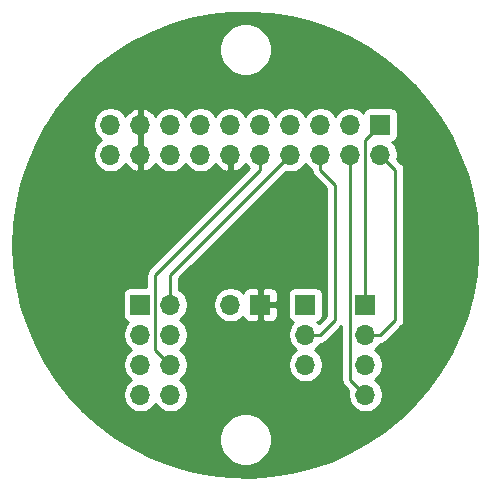
<source format=gbl>
G04 #@! TF.GenerationSoftware,KiCad,Pcbnew,(5.1.10)-1*
G04 #@! TF.CreationDate,2022-05-03T00:12:14-07:00*
G04 #@! TF.ProjectId,DUBloon,4455426c-6f6f-46e2-9e6b-696361645f70,rev?*
G04 #@! TF.SameCoordinates,Original*
G04 #@! TF.FileFunction,Copper,L2,Bot*
G04 #@! TF.FilePolarity,Positive*
%FSLAX46Y46*%
G04 Gerber Fmt 4.6, Leading zero omitted, Abs format (unit mm)*
G04 Created by KiCad (PCBNEW (5.1.10)-1) date 2022-05-03 00:12:14*
%MOMM*%
%LPD*%
G01*
G04 APERTURE LIST*
G04 #@! TA.AperFunction,ComponentPad*
%ADD10R,1.700000X1.700000*%
G04 #@! TD*
G04 #@! TA.AperFunction,ComponentPad*
%ADD11O,1.700000X1.700000*%
G04 #@! TD*
G04 #@! TA.AperFunction,Conductor*
%ADD12C,0.250000*%
G04 #@! TD*
G04 #@! TA.AperFunction,Conductor*
%ADD13C,0.254000*%
G04 #@! TD*
G04 #@! TA.AperFunction,Conductor*
%ADD14C,0.100000*%
G04 #@! TD*
G04 APERTURE END LIST*
D10*
X153670000Y-80010000D03*
D11*
X151130000Y-80010000D03*
D10*
X157480000Y-80010000D03*
D11*
X157480000Y-82550000D03*
X157480000Y-85090000D03*
D10*
X162560000Y-80010000D03*
D11*
X162560000Y-82550000D03*
X162560000Y-85090000D03*
X162560000Y-87630000D03*
D10*
X143510000Y-80010000D03*
D11*
X146050000Y-80010000D03*
X143510000Y-82550000D03*
X146050000Y-82550000D03*
X143510000Y-85090000D03*
X146050000Y-85090000D03*
X143510000Y-87630000D03*
X146050000Y-87630000D03*
D10*
X163830000Y-64770000D03*
D11*
X163830000Y-67310000D03*
X161290000Y-64770000D03*
X161290000Y-67310000D03*
X158750000Y-64770000D03*
X158750000Y-67310000D03*
X156210000Y-64770000D03*
X156210000Y-67310000D03*
X153670000Y-64770000D03*
X153670000Y-67310000D03*
X151130000Y-64770000D03*
X151130000Y-67310000D03*
X148590000Y-64770000D03*
X148590000Y-67310000D03*
X146050000Y-64770000D03*
X146050000Y-67310000D03*
X143510000Y-64770000D03*
X143510000Y-67310000D03*
X140970000Y-64770000D03*
X140970000Y-67310000D03*
D12*
X162560000Y-66040000D02*
X163830000Y-64770000D01*
X162560000Y-80010000D02*
X162560000Y-66040000D01*
X162560000Y-82550000D02*
X163830000Y-82550000D01*
X163830000Y-82550000D02*
X165100000Y-81280000D01*
X165100000Y-68580000D02*
X163830000Y-67310000D01*
X165100000Y-81280000D02*
X165100000Y-68580000D01*
X162560000Y-87630000D02*
X161290000Y-86360000D01*
X161290000Y-86360000D02*
X161290000Y-67310000D01*
X157480000Y-82550000D02*
X158750000Y-82550000D01*
X158750000Y-82550000D02*
X160020000Y-81280000D01*
X160020000Y-81280000D02*
X160020000Y-69850000D01*
X160020000Y-69850000D02*
X158750000Y-68580000D01*
X158750000Y-68580000D02*
X158750000Y-67310000D01*
X146050000Y-77470000D02*
X156210000Y-67310000D01*
X146050000Y-80010000D02*
X146050000Y-77470000D01*
X146050000Y-85090000D02*
X144780000Y-83820000D01*
X144780000Y-83820000D02*
X144780000Y-77470000D01*
X144780000Y-77470000D02*
X153670000Y-68580000D01*
X153670000Y-68580000D02*
X153670000Y-67310000D01*
D13*
X154570346Y-55390164D02*
X156288786Y-55658442D01*
X157976791Y-56077546D01*
X159621149Y-56644197D01*
X161208993Y-57353958D01*
X162727894Y-58201276D01*
X164165966Y-59179519D01*
X165511953Y-60281031D01*
X166755321Y-61497190D01*
X167886339Y-62818480D01*
X168896155Y-64234559D01*
X169776867Y-65734344D01*
X170521581Y-67306098D01*
X171124470Y-68937519D01*
X171580814Y-70615839D01*
X171887042Y-72327923D01*
X172040757Y-74060372D01*
X172040757Y-75799628D01*
X171887042Y-77532077D01*
X171580814Y-79244161D01*
X171124470Y-80922481D01*
X170521581Y-82553902D01*
X169776867Y-84125656D01*
X168896155Y-85625441D01*
X167886339Y-87041520D01*
X166755321Y-88362810D01*
X165511953Y-89578969D01*
X164165966Y-90680481D01*
X162727894Y-91658724D01*
X161208993Y-92506042D01*
X159621149Y-93215803D01*
X157976791Y-93782454D01*
X156288786Y-94201558D01*
X154570346Y-94469836D01*
X152834920Y-94585189D01*
X151096091Y-94546713D01*
X149367466Y-94354709D01*
X147662575Y-94010681D01*
X145994761Y-93517321D01*
X144377076Y-92878490D01*
X142822182Y-92099188D01*
X141397901Y-91219872D01*
X150165000Y-91219872D01*
X150165000Y-91660128D01*
X150250890Y-92091925D01*
X150419369Y-92498669D01*
X150663962Y-92864729D01*
X150975271Y-93176038D01*
X151341331Y-93420631D01*
X151748075Y-93589110D01*
X152179872Y-93675000D01*
X152620128Y-93675000D01*
X153051925Y-93589110D01*
X153458669Y-93420631D01*
X153824729Y-93176038D01*
X154136038Y-92864729D01*
X154380631Y-92498669D01*
X154549110Y-92091925D01*
X154635000Y-91660128D01*
X154635000Y-91219872D01*
X154549110Y-90788075D01*
X154380631Y-90381331D01*
X154136038Y-90015271D01*
X153824729Y-89703962D01*
X153458669Y-89459369D01*
X153051925Y-89290890D01*
X152620128Y-89205000D01*
X152179872Y-89205000D01*
X151748075Y-89290890D01*
X151341331Y-89459369D01*
X150975271Y-89703962D01*
X150663962Y-90015271D01*
X150419369Y-90381331D01*
X150250890Y-90788075D01*
X150165000Y-91219872D01*
X141397901Y-91219872D01*
X141342247Y-91185513D01*
X139948854Y-90144617D01*
X138652908Y-88984646D01*
X137464552Y-87714678D01*
X136393086Y-86344653D01*
X135446896Y-84885292D01*
X134633386Y-83348018D01*
X133958925Y-81744862D01*
X133428790Y-80088370D01*
X133219981Y-79160000D01*
X142021928Y-79160000D01*
X142021928Y-80860000D01*
X142034188Y-80984482D01*
X142070498Y-81104180D01*
X142129463Y-81214494D01*
X142208815Y-81311185D01*
X142305506Y-81390537D01*
X142415820Y-81449502D01*
X142488380Y-81471513D01*
X142356525Y-81603368D01*
X142194010Y-81846589D01*
X142082068Y-82116842D01*
X142025000Y-82403740D01*
X142025000Y-82696260D01*
X142082068Y-82983158D01*
X142194010Y-83253411D01*
X142356525Y-83496632D01*
X142563368Y-83703475D01*
X142737760Y-83820000D01*
X142563368Y-83936525D01*
X142356525Y-84143368D01*
X142194010Y-84386589D01*
X142082068Y-84656842D01*
X142025000Y-84943740D01*
X142025000Y-85236260D01*
X142082068Y-85523158D01*
X142194010Y-85793411D01*
X142356525Y-86036632D01*
X142563368Y-86243475D01*
X142737760Y-86360000D01*
X142563368Y-86476525D01*
X142356525Y-86683368D01*
X142194010Y-86926589D01*
X142082068Y-87196842D01*
X142025000Y-87483740D01*
X142025000Y-87776260D01*
X142082068Y-88063158D01*
X142194010Y-88333411D01*
X142356525Y-88576632D01*
X142563368Y-88783475D01*
X142806589Y-88945990D01*
X143076842Y-89057932D01*
X143363740Y-89115000D01*
X143656260Y-89115000D01*
X143943158Y-89057932D01*
X144213411Y-88945990D01*
X144456632Y-88783475D01*
X144663475Y-88576632D01*
X144780000Y-88402240D01*
X144896525Y-88576632D01*
X145103368Y-88783475D01*
X145346589Y-88945990D01*
X145616842Y-89057932D01*
X145903740Y-89115000D01*
X146196260Y-89115000D01*
X146483158Y-89057932D01*
X146753411Y-88945990D01*
X146996632Y-88783475D01*
X147203475Y-88576632D01*
X147365990Y-88333411D01*
X147477932Y-88063158D01*
X147535000Y-87776260D01*
X147535000Y-87483740D01*
X147477932Y-87196842D01*
X147365990Y-86926589D01*
X147203475Y-86683368D01*
X146996632Y-86476525D01*
X146822240Y-86360000D01*
X146996632Y-86243475D01*
X147203475Y-86036632D01*
X147365990Y-85793411D01*
X147477932Y-85523158D01*
X147535000Y-85236260D01*
X147535000Y-84943740D01*
X147477932Y-84656842D01*
X147365990Y-84386589D01*
X147203475Y-84143368D01*
X146996632Y-83936525D01*
X146822240Y-83820000D01*
X146996632Y-83703475D01*
X147203475Y-83496632D01*
X147365990Y-83253411D01*
X147477932Y-82983158D01*
X147535000Y-82696260D01*
X147535000Y-82403740D01*
X147477932Y-82116842D01*
X147365990Y-81846589D01*
X147203475Y-81603368D01*
X146996632Y-81396525D01*
X146822240Y-81280000D01*
X146996632Y-81163475D01*
X147203475Y-80956632D01*
X147365990Y-80713411D01*
X147477932Y-80443158D01*
X147535000Y-80156260D01*
X147535000Y-79863740D01*
X149645000Y-79863740D01*
X149645000Y-80156260D01*
X149702068Y-80443158D01*
X149814010Y-80713411D01*
X149976525Y-80956632D01*
X150183368Y-81163475D01*
X150426589Y-81325990D01*
X150696842Y-81437932D01*
X150983740Y-81495000D01*
X151276260Y-81495000D01*
X151563158Y-81437932D01*
X151833411Y-81325990D01*
X152076632Y-81163475D01*
X152208487Y-81031620D01*
X152230498Y-81104180D01*
X152289463Y-81214494D01*
X152368815Y-81311185D01*
X152465506Y-81390537D01*
X152575820Y-81449502D01*
X152695518Y-81485812D01*
X152820000Y-81498072D01*
X153384250Y-81495000D01*
X153543000Y-81336250D01*
X153543000Y-80137000D01*
X153797000Y-80137000D01*
X153797000Y-81336250D01*
X153955750Y-81495000D01*
X154520000Y-81498072D01*
X154644482Y-81485812D01*
X154764180Y-81449502D01*
X154874494Y-81390537D01*
X154971185Y-81311185D01*
X155050537Y-81214494D01*
X155109502Y-81104180D01*
X155145812Y-80984482D01*
X155158072Y-80860000D01*
X155155000Y-80295750D01*
X154996250Y-80137000D01*
X153797000Y-80137000D01*
X153543000Y-80137000D01*
X153523000Y-80137000D01*
X153523000Y-79883000D01*
X153543000Y-79883000D01*
X153543000Y-78683750D01*
X153797000Y-78683750D01*
X153797000Y-79883000D01*
X154996250Y-79883000D01*
X155155000Y-79724250D01*
X155158072Y-79160000D01*
X155145812Y-79035518D01*
X155109502Y-78915820D01*
X155050537Y-78805506D01*
X154971185Y-78708815D01*
X154874494Y-78629463D01*
X154764180Y-78570498D01*
X154644482Y-78534188D01*
X154520000Y-78521928D01*
X153955750Y-78525000D01*
X153797000Y-78683750D01*
X153543000Y-78683750D01*
X153384250Y-78525000D01*
X152820000Y-78521928D01*
X152695518Y-78534188D01*
X152575820Y-78570498D01*
X152465506Y-78629463D01*
X152368815Y-78708815D01*
X152289463Y-78805506D01*
X152230498Y-78915820D01*
X152208487Y-78988380D01*
X152076632Y-78856525D01*
X151833411Y-78694010D01*
X151563158Y-78582068D01*
X151276260Y-78525000D01*
X150983740Y-78525000D01*
X150696842Y-78582068D01*
X150426589Y-78694010D01*
X150183368Y-78856525D01*
X149976525Y-79063368D01*
X149814010Y-79306589D01*
X149702068Y-79576842D01*
X149645000Y-79863740D01*
X147535000Y-79863740D01*
X147477932Y-79576842D01*
X147365990Y-79306589D01*
X147203475Y-79063368D01*
X146996632Y-78856525D01*
X146810000Y-78731822D01*
X146810000Y-77784801D01*
X155843592Y-68751210D01*
X156063740Y-68795000D01*
X156356260Y-68795000D01*
X156643158Y-68737932D01*
X156913411Y-68625990D01*
X157156632Y-68463475D01*
X157363475Y-68256632D01*
X157480000Y-68082240D01*
X157596525Y-68256632D01*
X157803368Y-68463475D01*
X157986927Y-68586125D01*
X157990000Y-68617322D01*
X157990000Y-68617332D01*
X158000997Y-68728985D01*
X158044454Y-68872246D01*
X158115026Y-69004276D01*
X158154871Y-69052826D01*
X158209999Y-69120001D01*
X158239003Y-69143804D01*
X159260001Y-70164803D01*
X159260000Y-80965198D01*
X158627653Y-81597546D01*
X158501620Y-81471513D01*
X158574180Y-81449502D01*
X158684494Y-81390537D01*
X158781185Y-81311185D01*
X158860537Y-81214494D01*
X158919502Y-81104180D01*
X158955812Y-80984482D01*
X158968072Y-80860000D01*
X158968072Y-79160000D01*
X158955812Y-79035518D01*
X158919502Y-78915820D01*
X158860537Y-78805506D01*
X158781185Y-78708815D01*
X158684494Y-78629463D01*
X158574180Y-78570498D01*
X158454482Y-78534188D01*
X158330000Y-78521928D01*
X156630000Y-78521928D01*
X156505518Y-78534188D01*
X156385820Y-78570498D01*
X156275506Y-78629463D01*
X156178815Y-78708815D01*
X156099463Y-78805506D01*
X156040498Y-78915820D01*
X156004188Y-79035518D01*
X155991928Y-79160000D01*
X155991928Y-80860000D01*
X156004188Y-80984482D01*
X156040498Y-81104180D01*
X156099463Y-81214494D01*
X156178815Y-81311185D01*
X156275506Y-81390537D01*
X156385820Y-81449502D01*
X156458380Y-81471513D01*
X156326525Y-81603368D01*
X156164010Y-81846589D01*
X156052068Y-82116842D01*
X155995000Y-82403740D01*
X155995000Y-82696260D01*
X156052068Y-82983158D01*
X156164010Y-83253411D01*
X156326525Y-83496632D01*
X156533368Y-83703475D01*
X156707760Y-83820000D01*
X156533368Y-83936525D01*
X156326525Y-84143368D01*
X156164010Y-84386589D01*
X156052068Y-84656842D01*
X155995000Y-84943740D01*
X155995000Y-85236260D01*
X156052068Y-85523158D01*
X156164010Y-85793411D01*
X156326525Y-86036632D01*
X156533368Y-86243475D01*
X156776589Y-86405990D01*
X157046842Y-86517932D01*
X157333740Y-86575000D01*
X157626260Y-86575000D01*
X157913158Y-86517932D01*
X158183411Y-86405990D01*
X158426632Y-86243475D01*
X158633475Y-86036632D01*
X158795990Y-85793411D01*
X158907932Y-85523158D01*
X158965000Y-85236260D01*
X158965000Y-84943740D01*
X158907932Y-84656842D01*
X158795990Y-84386589D01*
X158633475Y-84143368D01*
X158426632Y-83936525D01*
X158252240Y-83820000D01*
X158426632Y-83703475D01*
X158633475Y-83496632D01*
X158756125Y-83313073D01*
X158787322Y-83310000D01*
X158787333Y-83310000D01*
X158898986Y-83299003D01*
X159042247Y-83255546D01*
X159174276Y-83184974D01*
X159290001Y-83090001D01*
X159313804Y-83060997D01*
X160530000Y-81844802D01*
X160530000Y-86322678D01*
X160526324Y-86360000D01*
X160530000Y-86397322D01*
X160530000Y-86397332D01*
X160540997Y-86508985D01*
X160584454Y-86652246D01*
X160655026Y-86784276D01*
X160694871Y-86832826D01*
X160749999Y-86900001D01*
X160779003Y-86923804D01*
X161118791Y-87263592D01*
X161075000Y-87483740D01*
X161075000Y-87776260D01*
X161132068Y-88063158D01*
X161244010Y-88333411D01*
X161406525Y-88576632D01*
X161613368Y-88783475D01*
X161856589Y-88945990D01*
X162126842Y-89057932D01*
X162413740Y-89115000D01*
X162706260Y-89115000D01*
X162993158Y-89057932D01*
X163263411Y-88945990D01*
X163506632Y-88783475D01*
X163713475Y-88576632D01*
X163875990Y-88333411D01*
X163987932Y-88063158D01*
X164045000Y-87776260D01*
X164045000Y-87483740D01*
X163987932Y-87196842D01*
X163875990Y-86926589D01*
X163713475Y-86683368D01*
X163506632Y-86476525D01*
X163332240Y-86360000D01*
X163506632Y-86243475D01*
X163713475Y-86036632D01*
X163875990Y-85793411D01*
X163987932Y-85523158D01*
X164045000Y-85236260D01*
X164045000Y-84943740D01*
X163987932Y-84656842D01*
X163875990Y-84386589D01*
X163713475Y-84143368D01*
X163506632Y-83936525D01*
X163332240Y-83820000D01*
X163506632Y-83703475D01*
X163713475Y-83496632D01*
X163836125Y-83313073D01*
X163867322Y-83310000D01*
X163867333Y-83310000D01*
X163978986Y-83299003D01*
X164122247Y-83255546D01*
X164254276Y-83184974D01*
X164370001Y-83090001D01*
X164393804Y-83060997D01*
X165611004Y-81843798D01*
X165640001Y-81820001D01*
X165734974Y-81704276D01*
X165805546Y-81572247D01*
X165849003Y-81428986D01*
X165860000Y-81317333D01*
X165860000Y-81317324D01*
X165863676Y-81280001D01*
X165860000Y-81242678D01*
X165860000Y-68617322D01*
X165863676Y-68579999D01*
X165860000Y-68542676D01*
X165860000Y-68542667D01*
X165849003Y-68431014D01*
X165805546Y-68287753D01*
X165734974Y-68155724D01*
X165640001Y-68039999D01*
X165611003Y-68016201D01*
X165271210Y-67676408D01*
X165315000Y-67456260D01*
X165315000Y-67163740D01*
X165257932Y-66876842D01*
X165145990Y-66606589D01*
X164983475Y-66363368D01*
X164851620Y-66231513D01*
X164924180Y-66209502D01*
X165034494Y-66150537D01*
X165131185Y-66071185D01*
X165210537Y-65974494D01*
X165269502Y-65864180D01*
X165305812Y-65744482D01*
X165318072Y-65620000D01*
X165318072Y-63920000D01*
X165305812Y-63795518D01*
X165269502Y-63675820D01*
X165210537Y-63565506D01*
X165131185Y-63468815D01*
X165034494Y-63389463D01*
X164924180Y-63330498D01*
X164804482Y-63294188D01*
X164680000Y-63281928D01*
X162980000Y-63281928D01*
X162855518Y-63294188D01*
X162735820Y-63330498D01*
X162625506Y-63389463D01*
X162528815Y-63468815D01*
X162449463Y-63565506D01*
X162390498Y-63675820D01*
X162368487Y-63748380D01*
X162236632Y-63616525D01*
X161993411Y-63454010D01*
X161723158Y-63342068D01*
X161436260Y-63285000D01*
X161143740Y-63285000D01*
X160856842Y-63342068D01*
X160586589Y-63454010D01*
X160343368Y-63616525D01*
X160136525Y-63823368D01*
X160020000Y-63997760D01*
X159903475Y-63823368D01*
X159696632Y-63616525D01*
X159453411Y-63454010D01*
X159183158Y-63342068D01*
X158896260Y-63285000D01*
X158603740Y-63285000D01*
X158316842Y-63342068D01*
X158046589Y-63454010D01*
X157803368Y-63616525D01*
X157596525Y-63823368D01*
X157480000Y-63997760D01*
X157363475Y-63823368D01*
X157156632Y-63616525D01*
X156913411Y-63454010D01*
X156643158Y-63342068D01*
X156356260Y-63285000D01*
X156063740Y-63285000D01*
X155776842Y-63342068D01*
X155506589Y-63454010D01*
X155263368Y-63616525D01*
X155056525Y-63823368D01*
X154940000Y-63997760D01*
X154823475Y-63823368D01*
X154616632Y-63616525D01*
X154373411Y-63454010D01*
X154103158Y-63342068D01*
X153816260Y-63285000D01*
X153523740Y-63285000D01*
X153236842Y-63342068D01*
X152966589Y-63454010D01*
X152723368Y-63616525D01*
X152516525Y-63823368D01*
X152400000Y-63997760D01*
X152283475Y-63823368D01*
X152076632Y-63616525D01*
X151833411Y-63454010D01*
X151563158Y-63342068D01*
X151276260Y-63285000D01*
X150983740Y-63285000D01*
X150696842Y-63342068D01*
X150426589Y-63454010D01*
X150183368Y-63616525D01*
X149976525Y-63823368D01*
X149860000Y-63997760D01*
X149743475Y-63823368D01*
X149536632Y-63616525D01*
X149293411Y-63454010D01*
X149023158Y-63342068D01*
X148736260Y-63285000D01*
X148443740Y-63285000D01*
X148156842Y-63342068D01*
X147886589Y-63454010D01*
X147643368Y-63616525D01*
X147436525Y-63823368D01*
X147320000Y-63997760D01*
X147203475Y-63823368D01*
X146996632Y-63616525D01*
X146753411Y-63454010D01*
X146483158Y-63342068D01*
X146196260Y-63285000D01*
X145903740Y-63285000D01*
X145616842Y-63342068D01*
X145346589Y-63454010D01*
X145103368Y-63616525D01*
X144896525Y-63823368D01*
X144774805Y-64005534D01*
X144705178Y-63888645D01*
X144510269Y-63672412D01*
X144276920Y-63498359D01*
X144014099Y-63373175D01*
X143866890Y-63328524D01*
X143637000Y-63449845D01*
X143637000Y-64643000D01*
X143657000Y-64643000D01*
X143657000Y-64897000D01*
X143637000Y-64897000D01*
X143637000Y-67183000D01*
X143657000Y-67183000D01*
X143657000Y-67437000D01*
X143637000Y-67437000D01*
X143637000Y-68630155D01*
X143866890Y-68751476D01*
X144014099Y-68706825D01*
X144276920Y-68581641D01*
X144510269Y-68407588D01*
X144705178Y-68191355D01*
X144774805Y-68074466D01*
X144896525Y-68256632D01*
X145103368Y-68463475D01*
X145346589Y-68625990D01*
X145616842Y-68737932D01*
X145903740Y-68795000D01*
X146196260Y-68795000D01*
X146483158Y-68737932D01*
X146753411Y-68625990D01*
X146996632Y-68463475D01*
X147203475Y-68256632D01*
X147320000Y-68082240D01*
X147436525Y-68256632D01*
X147643368Y-68463475D01*
X147886589Y-68625990D01*
X148156842Y-68737932D01*
X148443740Y-68795000D01*
X148736260Y-68795000D01*
X149023158Y-68737932D01*
X149293411Y-68625990D01*
X149536632Y-68463475D01*
X149743475Y-68256632D01*
X149865195Y-68074466D01*
X149934822Y-68191355D01*
X150129731Y-68407588D01*
X150363080Y-68581641D01*
X150625901Y-68706825D01*
X150773110Y-68751476D01*
X151003000Y-68630155D01*
X151003000Y-67437000D01*
X150983000Y-67437000D01*
X150983000Y-67183000D01*
X151003000Y-67183000D01*
X151003000Y-67163000D01*
X151257000Y-67163000D01*
X151257000Y-67183000D01*
X151277000Y-67183000D01*
X151277000Y-67437000D01*
X151257000Y-67437000D01*
X151257000Y-68630155D01*
X151486890Y-68751476D01*
X151634099Y-68706825D01*
X151896920Y-68581641D01*
X152130269Y-68407588D01*
X152325178Y-68191355D01*
X152394805Y-68074466D01*
X152516525Y-68256632D01*
X152717546Y-68457653D01*
X144268998Y-76906201D01*
X144240000Y-76929999D01*
X144216202Y-76958997D01*
X144216201Y-76958998D01*
X144145026Y-77045724D01*
X144074454Y-77177754D01*
X144030998Y-77321015D01*
X144016324Y-77470000D01*
X144020001Y-77507332D01*
X144020001Y-78521928D01*
X142660000Y-78521928D01*
X142535518Y-78534188D01*
X142415820Y-78570498D01*
X142305506Y-78629463D01*
X142208815Y-78708815D01*
X142129463Y-78805506D01*
X142070498Y-78915820D01*
X142034188Y-79035518D01*
X142021928Y-79160000D01*
X133219981Y-79160000D01*
X133047130Y-78391507D01*
X132816933Y-76667553D01*
X132740000Y-74930000D01*
X132816933Y-73192447D01*
X133047130Y-71468493D01*
X133428790Y-69771630D01*
X133958925Y-68115138D01*
X134633386Y-66511982D01*
X135446896Y-64974708D01*
X135674449Y-64623740D01*
X139485000Y-64623740D01*
X139485000Y-64916260D01*
X139542068Y-65203158D01*
X139654010Y-65473411D01*
X139816525Y-65716632D01*
X140023368Y-65923475D01*
X140197760Y-66040000D01*
X140023368Y-66156525D01*
X139816525Y-66363368D01*
X139654010Y-66606589D01*
X139542068Y-66876842D01*
X139485000Y-67163740D01*
X139485000Y-67456260D01*
X139542068Y-67743158D01*
X139654010Y-68013411D01*
X139816525Y-68256632D01*
X140023368Y-68463475D01*
X140266589Y-68625990D01*
X140536842Y-68737932D01*
X140823740Y-68795000D01*
X141116260Y-68795000D01*
X141403158Y-68737932D01*
X141673411Y-68625990D01*
X141916632Y-68463475D01*
X142123475Y-68256632D01*
X142245195Y-68074466D01*
X142314822Y-68191355D01*
X142509731Y-68407588D01*
X142743080Y-68581641D01*
X143005901Y-68706825D01*
X143153110Y-68751476D01*
X143383000Y-68630155D01*
X143383000Y-67437000D01*
X143363000Y-67437000D01*
X143363000Y-67183000D01*
X143383000Y-67183000D01*
X143383000Y-64897000D01*
X143363000Y-64897000D01*
X143363000Y-64643000D01*
X143383000Y-64643000D01*
X143383000Y-63449845D01*
X143153110Y-63328524D01*
X143005901Y-63373175D01*
X142743080Y-63498359D01*
X142509731Y-63672412D01*
X142314822Y-63888645D01*
X142245195Y-64005534D01*
X142123475Y-63823368D01*
X141916632Y-63616525D01*
X141673411Y-63454010D01*
X141403158Y-63342068D01*
X141116260Y-63285000D01*
X140823740Y-63285000D01*
X140536842Y-63342068D01*
X140266589Y-63454010D01*
X140023368Y-63616525D01*
X139816525Y-63823368D01*
X139654010Y-64066589D01*
X139542068Y-64336842D01*
X139485000Y-64623740D01*
X135674449Y-64623740D01*
X136393086Y-63515347D01*
X137464552Y-62145322D01*
X138652908Y-60875354D01*
X139948854Y-59715383D01*
X141342247Y-58674487D01*
X142111009Y-58199872D01*
X150165000Y-58199872D01*
X150165000Y-58640128D01*
X150250890Y-59071925D01*
X150419369Y-59478669D01*
X150663962Y-59844729D01*
X150975271Y-60156038D01*
X151341331Y-60400631D01*
X151748075Y-60569110D01*
X152179872Y-60655000D01*
X152620128Y-60655000D01*
X153051925Y-60569110D01*
X153458669Y-60400631D01*
X153824729Y-60156038D01*
X154136038Y-59844729D01*
X154380631Y-59478669D01*
X154549110Y-59071925D01*
X154635000Y-58640128D01*
X154635000Y-58199872D01*
X154549110Y-57768075D01*
X154380631Y-57361331D01*
X154136038Y-56995271D01*
X153824729Y-56683962D01*
X153458669Y-56439369D01*
X153051925Y-56270890D01*
X152620128Y-56185000D01*
X152179872Y-56185000D01*
X151748075Y-56270890D01*
X151341331Y-56439369D01*
X150975271Y-56683962D01*
X150663962Y-56995271D01*
X150419369Y-57361331D01*
X150250890Y-57768075D01*
X150165000Y-58199872D01*
X142111009Y-58199872D01*
X142822182Y-57760812D01*
X144377076Y-56981510D01*
X145994761Y-56342679D01*
X147662575Y-55849319D01*
X149367466Y-55505291D01*
X151096091Y-55313287D01*
X152834920Y-55274811D01*
X154570346Y-55390164D01*
G04 #@! TA.AperFunction,Conductor*
D14*
G36*
X154570346Y-55390164D02*
G01*
X156288786Y-55658442D01*
X157976791Y-56077546D01*
X159621149Y-56644197D01*
X161208993Y-57353958D01*
X162727894Y-58201276D01*
X164165966Y-59179519D01*
X165511953Y-60281031D01*
X166755321Y-61497190D01*
X167886339Y-62818480D01*
X168896155Y-64234559D01*
X169776867Y-65734344D01*
X170521581Y-67306098D01*
X171124470Y-68937519D01*
X171580814Y-70615839D01*
X171887042Y-72327923D01*
X172040757Y-74060372D01*
X172040757Y-75799628D01*
X171887042Y-77532077D01*
X171580814Y-79244161D01*
X171124470Y-80922481D01*
X170521581Y-82553902D01*
X169776867Y-84125656D01*
X168896155Y-85625441D01*
X167886339Y-87041520D01*
X166755321Y-88362810D01*
X165511953Y-89578969D01*
X164165966Y-90680481D01*
X162727894Y-91658724D01*
X161208993Y-92506042D01*
X159621149Y-93215803D01*
X157976791Y-93782454D01*
X156288786Y-94201558D01*
X154570346Y-94469836D01*
X152834920Y-94585189D01*
X151096091Y-94546713D01*
X149367466Y-94354709D01*
X147662575Y-94010681D01*
X145994761Y-93517321D01*
X144377076Y-92878490D01*
X142822182Y-92099188D01*
X141397901Y-91219872D01*
X150165000Y-91219872D01*
X150165000Y-91660128D01*
X150250890Y-92091925D01*
X150419369Y-92498669D01*
X150663962Y-92864729D01*
X150975271Y-93176038D01*
X151341331Y-93420631D01*
X151748075Y-93589110D01*
X152179872Y-93675000D01*
X152620128Y-93675000D01*
X153051925Y-93589110D01*
X153458669Y-93420631D01*
X153824729Y-93176038D01*
X154136038Y-92864729D01*
X154380631Y-92498669D01*
X154549110Y-92091925D01*
X154635000Y-91660128D01*
X154635000Y-91219872D01*
X154549110Y-90788075D01*
X154380631Y-90381331D01*
X154136038Y-90015271D01*
X153824729Y-89703962D01*
X153458669Y-89459369D01*
X153051925Y-89290890D01*
X152620128Y-89205000D01*
X152179872Y-89205000D01*
X151748075Y-89290890D01*
X151341331Y-89459369D01*
X150975271Y-89703962D01*
X150663962Y-90015271D01*
X150419369Y-90381331D01*
X150250890Y-90788075D01*
X150165000Y-91219872D01*
X141397901Y-91219872D01*
X141342247Y-91185513D01*
X139948854Y-90144617D01*
X138652908Y-88984646D01*
X137464552Y-87714678D01*
X136393086Y-86344653D01*
X135446896Y-84885292D01*
X134633386Y-83348018D01*
X133958925Y-81744862D01*
X133428790Y-80088370D01*
X133219981Y-79160000D01*
X142021928Y-79160000D01*
X142021928Y-80860000D01*
X142034188Y-80984482D01*
X142070498Y-81104180D01*
X142129463Y-81214494D01*
X142208815Y-81311185D01*
X142305506Y-81390537D01*
X142415820Y-81449502D01*
X142488380Y-81471513D01*
X142356525Y-81603368D01*
X142194010Y-81846589D01*
X142082068Y-82116842D01*
X142025000Y-82403740D01*
X142025000Y-82696260D01*
X142082068Y-82983158D01*
X142194010Y-83253411D01*
X142356525Y-83496632D01*
X142563368Y-83703475D01*
X142737760Y-83820000D01*
X142563368Y-83936525D01*
X142356525Y-84143368D01*
X142194010Y-84386589D01*
X142082068Y-84656842D01*
X142025000Y-84943740D01*
X142025000Y-85236260D01*
X142082068Y-85523158D01*
X142194010Y-85793411D01*
X142356525Y-86036632D01*
X142563368Y-86243475D01*
X142737760Y-86360000D01*
X142563368Y-86476525D01*
X142356525Y-86683368D01*
X142194010Y-86926589D01*
X142082068Y-87196842D01*
X142025000Y-87483740D01*
X142025000Y-87776260D01*
X142082068Y-88063158D01*
X142194010Y-88333411D01*
X142356525Y-88576632D01*
X142563368Y-88783475D01*
X142806589Y-88945990D01*
X143076842Y-89057932D01*
X143363740Y-89115000D01*
X143656260Y-89115000D01*
X143943158Y-89057932D01*
X144213411Y-88945990D01*
X144456632Y-88783475D01*
X144663475Y-88576632D01*
X144780000Y-88402240D01*
X144896525Y-88576632D01*
X145103368Y-88783475D01*
X145346589Y-88945990D01*
X145616842Y-89057932D01*
X145903740Y-89115000D01*
X146196260Y-89115000D01*
X146483158Y-89057932D01*
X146753411Y-88945990D01*
X146996632Y-88783475D01*
X147203475Y-88576632D01*
X147365990Y-88333411D01*
X147477932Y-88063158D01*
X147535000Y-87776260D01*
X147535000Y-87483740D01*
X147477932Y-87196842D01*
X147365990Y-86926589D01*
X147203475Y-86683368D01*
X146996632Y-86476525D01*
X146822240Y-86360000D01*
X146996632Y-86243475D01*
X147203475Y-86036632D01*
X147365990Y-85793411D01*
X147477932Y-85523158D01*
X147535000Y-85236260D01*
X147535000Y-84943740D01*
X147477932Y-84656842D01*
X147365990Y-84386589D01*
X147203475Y-84143368D01*
X146996632Y-83936525D01*
X146822240Y-83820000D01*
X146996632Y-83703475D01*
X147203475Y-83496632D01*
X147365990Y-83253411D01*
X147477932Y-82983158D01*
X147535000Y-82696260D01*
X147535000Y-82403740D01*
X147477932Y-82116842D01*
X147365990Y-81846589D01*
X147203475Y-81603368D01*
X146996632Y-81396525D01*
X146822240Y-81280000D01*
X146996632Y-81163475D01*
X147203475Y-80956632D01*
X147365990Y-80713411D01*
X147477932Y-80443158D01*
X147535000Y-80156260D01*
X147535000Y-79863740D01*
X149645000Y-79863740D01*
X149645000Y-80156260D01*
X149702068Y-80443158D01*
X149814010Y-80713411D01*
X149976525Y-80956632D01*
X150183368Y-81163475D01*
X150426589Y-81325990D01*
X150696842Y-81437932D01*
X150983740Y-81495000D01*
X151276260Y-81495000D01*
X151563158Y-81437932D01*
X151833411Y-81325990D01*
X152076632Y-81163475D01*
X152208487Y-81031620D01*
X152230498Y-81104180D01*
X152289463Y-81214494D01*
X152368815Y-81311185D01*
X152465506Y-81390537D01*
X152575820Y-81449502D01*
X152695518Y-81485812D01*
X152820000Y-81498072D01*
X153384250Y-81495000D01*
X153543000Y-81336250D01*
X153543000Y-80137000D01*
X153797000Y-80137000D01*
X153797000Y-81336250D01*
X153955750Y-81495000D01*
X154520000Y-81498072D01*
X154644482Y-81485812D01*
X154764180Y-81449502D01*
X154874494Y-81390537D01*
X154971185Y-81311185D01*
X155050537Y-81214494D01*
X155109502Y-81104180D01*
X155145812Y-80984482D01*
X155158072Y-80860000D01*
X155155000Y-80295750D01*
X154996250Y-80137000D01*
X153797000Y-80137000D01*
X153543000Y-80137000D01*
X153523000Y-80137000D01*
X153523000Y-79883000D01*
X153543000Y-79883000D01*
X153543000Y-78683750D01*
X153797000Y-78683750D01*
X153797000Y-79883000D01*
X154996250Y-79883000D01*
X155155000Y-79724250D01*
X155158072Y-79160000D01*
X155145812Y-79035518D01*
X155109502Y-78915820D01*
X155050537Y-78805506D01*
X154971185Y-78708815D01*
X154874494Y-78629463D01*
X154764180Y-78570498D01*
X154644482Y-78534188D01*
X154520000Y-78521928D01*
X153955750Y-78525000D01*
X153797000Y-78683750D01*
X153543000Y-78683750D01*
X153384250Y-78525000D01*
X152820000Y-78521928D01*
X152695518Y-78534188D01*
X152575820Y-78570498D01*
X152465506Y-78629463D01*
X152368815Y-78708815D01*
X152289463Y-78805506D01*
X152230498Y-78915820D01*
X152208487Y-78988380D01*
X152076632Y-78856525D01*
X151833411Y-78694010D01*
X151563158Y-78582068D01*
X151276260Y-78525000D01*
X150983740Y-78525000D01*
X150696842Y-78582068D01*
X150426589Y-78694010D01*
X150183368Y-78856525D01*
X149976525Y-79063368D01*
X149814010Y-79306589D01*
X149702068Y-79576842D01*
X149645000Y-79863740D01*
X147535000Y-79863740D01*
X147477932Y-79576842D01*
X147365990Y-79306589D01*
X147203475Y-79063368D01*
X146996632Y-78856525D01*
X146810000Y-78731822D01*
X146810000Y-77784801D01*
X155843592Y-68751210D01*
X156063740Y-68795000D01*
X156356260Y-68795000D01*
X156643158Y-68737932D01*
X156913411Y-68625990D01*
X157156632Y-68463475D01*
X157363475Y-68256632D01*
X157480000Y-68082240D01*
X157596525Y-68256632D01*
X157803368Y-68463475D01*
X157986927Y-68586125D01*
X157990000Y-68617322D01*
X157990000Y-68617332D01*
X158000997Y-68728985D01*
X158044454Y-68872246D01*
X158115026Y-69004276D01*
X158154871Y-69052826D01*
X158209999Y-69120001D01*
X158239003Y-69143804D01*
X159260001Y-70164803D01*
X159260000Y-80965198D01*
X158627653Y-81597546D01*
X158501620Y-81471513D01*
X158574180Y-81449502D01*
X158684494Y-81390537D01*
X158781185Y-81311185D01*
X158860537Y-81214494D01*
X158919502Y-81104180D01*
X158955812Y-80984482D01*
X158968072Y-80860000D01*
X158968072Y-79160000D01*
X158955812Y-79035518D01*
X158919502Y-78915820D01*
X158860537Y-78805506D01*
X158781185Y-78708815D01*
X158684494Y-78629463D01*
X158574180Y-78570498D01*
X158454482Y-78534188D01*
X158330000Y-78521928D01*
X156630000Y-78521928D01*
X156505518Y-78534188D01*
X156385820Y-78570498D01*
X156275506Y-78629463D01*
X156178815Y-78708815D01*
X156099463Y-78805506D01*
X156040498Y-78915820D01*
X156004188Y-79035518D01*
X155991928Y-79160000D01*
X155991928Y-80860000D01*
X156004188Y-80984482D01*
X156040498Y-81104180D01*
X156099463Y-81214494D01*
X156178815Y-81311185D01*
X156275506Y-81390537D01*
X156385820Y-81449502D01*
X156458380Y-81471513D01*
X156326525Y-81603368D01*
X156164010Y-81846589D01*
X156052068Y-82116842D01*
X155995000Y-82403740D01*
X155995000Y-82696260D01*
X156052068Y-82983158D01*
X156164010Y-83253411D01*
X156326525Y-83496632D01*
X156533368Y-83703475D01*
X156707760Y-83820000D01*
X156533368Y-83936525D01*
X156326525Y-84143368D01*
X156164010Y-84386589D01*
X156052068Y-84656842D01*
X155995000Y-84943740D01*
X155995000Y-85236260D01*
X156052068Y-85523158D01*
X156164010Y-85793411D01*
X156326525Y-86036632D01*
X156533368Y-86243475D01*
X156776589Y-86405990D01*
X157046842Y-86517932D01*
X157333740Y-86575000D01*
X157626260Y-86575000D01*
X157913158Y-86517932D01*
X158183411Y-86405990D01*
X158426632Y-86243475D01*
X158633475Y-86036632D01*
X158795990Y-85793411D01*
X158907932Y-85523158D01*
X158965000Y-85236260D01*
X158965000Y-84943740D01*
X158907932Y-84656842D01*
X158795990Y-84386589D01*
X158633475Y-84143368D01*
X158426632Y-83936525D01*
X158252240Y-83820000D01*
X158426632Y-83703475D01*
X158633475Y-83496632D01*
X158756125Y-83313073D01*
X158787322Y-83310000D01*
X158787333Y-83310000D01*
X158898986Y-83299003D01*
X159042247Y-83255546D01*
X159174276Y-83184974D01*
X159290001Y-83090001D01*
X159313804Y-83060997D01*
X160530000Y-81844802D01*
X160530000Y-86322678D01*
X160526324Y-86360000D01*
X160530000Y-86397322D01*
X160530000Y-86397332D01*
X160540997Y-86508985D01*
X160584454Y-86652246D01*
X160655026Y-86784276D01*
X160694871Y-86832826D01*
X160749999Y-86900001D01*
X160779003Y-86923804D01*
X161118791Y-87263592D01*
X161075000Y-87483740D01*
X161075000Y-87776260D01*
X161132068Y-88063158D01*
X161244010Y-88333411D01*
X161406525Y-88576632D01*
X161613368Y-88783475D01*
X161856589Y-88945990D01*
X162126842Y-89057932D01*
X162413740Y-89115000D01*
X162706260Y-89115000D01*
X162993158Y-89057932D01*
X163263411Y-88945990D01*
X163506632Y-88783475D01*
X163713475Y-88576632D01*
X163875990Y-88333411D01*
X163987932Y-88063158D01*
X164045000Y-87776260D01*
X164045000Y-87483740D01*
X163987932Y-87196842D01*
X163875990Y-86926589D01*
X163713475Y-86683368D01*
X163506632Y-86476525D01*
X163332240Y-86360000D01*
X163506632Y-86243475D01*
X163713475Y-86036632D01*
X163875990Y-85793411D01*
X163987932Y-85523158D01*
X164045000Y-85236260D01*
X164045000Y-84943740D01*
X163987932Y-84656842D01*
X163875990Y-84386589D01*
X163713475Y-84143368D01*
X163506632Y-83936525D01*
X163332240Y-83820000D01*
X163506632Y-83703475D01*
X163713475Y-83496632D01*
X163836125Y-83313073D01*
X163867322Y-83310000D01*
X163867333Y-83310000D01*
X163978986Y-83299003D01*
X164122247Y-83255546D01*
X164254276Y-83184974D01*
X164370001Y-83090001D01*
X164393804Y-83060997D01*
X165611004Y-81843798D01*
X165640001Y-81820001D01*
X165734974Y-81704276D01*
X165805546Y-81572247D01*
X165849003Y-81428986D01*
X165860000Y-81317333D01*
X165860000Y-81317324D01*
X165863676Y-81280001D01*
X165860000Y-81242678D01*
X165860000Y-68617322D01*
X165863676Y-68579999D01*
X165860000Y-68542676D01*
X165860000Y-68542667D01*
X165849003Y-68431014D01*
X165805546Y-68287753D01*
X165734974Y-68155724D01*
X165640001Y-68039999D01*
X165611003Y-68016201D01*
X165271210Y-67676408D01*
X165315000Y-67456260D01*
X165315000Y-67163740D01*
X165257932Y-66876842D01*
X165145990Y-66606589D01*
X164983475Y-66363368D01*
X164851620Y-66231513D01*
X164924180Y-66209502D01*
X165034494Y-66150537D01*
X165131185Y-66071185D01*
X165210537Y-65974494D01*
X165269502Y-65864180D01*
X165305812Y-65744482D01*
X165318072Y-65620000D01*
X165318072Y-63920000D01*
X165305812Y-63795518D01*
X165269502Y-63675820D01*
X165210537Y-63565506D01*
X165131185Y-63468815D01*
X165034494Y-63389463D01*
X164924180Y-63330498D01*
X164804482Y-63294188D01*
X164680000Y-63281928D01*
X162980000Y-63281928D01*
X162855518Y-63294188D01*
X162735820Y-63330498D01*
X162625506Y-63389463D01*
X162528815Y-63468815D01*
X162449463Y-63565506D01*
X162390498Y-63675820D01*
X162368487Y-63748380D01*
X162236632Y-63616525D01*
X161993411Y-63454010D01*
X161723158Y-63342068D01*
X161436260Y-63285000D01*
X161143740Y-63285000D01*
X160856842Y-63342068D01*
X160586589Y-63454010D01*
X160343368Y-63616525D01*
X160136525Y-63823368D01*
X160020000Y-63997760D01*
X159903475Y-63823368D01*
X159696632Y-63616525D01*
X159453411Y-63454010D01*
X159183158Y-63342068D01*
X158896260Y-63285000D01*
X158603740Y-63285000D01*
X158316842Y-63342068D01*
X158046589Y-63454010D01*
X157803368Y-63616525D01*
X157596525Y-63823368D01*
X157480000Y-63997760D01*
X157363475Y-63823368D01*
X157156632Y-63616525D01*
X156913411Y-63454010D01*
X156643158Y-63342068D01*
X156356260Y-63285000D01*
X156063740Y-63285000D01*
X155776842Y-63342068D01*
X155506589Y-63454010D01*
X155263368Y-63616525D01*
X155056525Y-63823368D01*
X154940000Y-63997760D01*
X154823475Y-63823368D01*
X154616632Y-63616525D01*
X154373411Y-63454010D01*
X154103158Y-63342068D01*
X153816260Y-63285000D01*
X153523740Y-63285000D01*
X153236842Y-63342068D01*
X152966589Y-63454010D01*
X152723368Y-63616525D01*
X152516525Y-63823368D01*
X152400000Y-63997760D01*
X152283475Y-63823368D01*
X152076632Y-63616525D01*
X151833411Y-63454010D01*
X151563158Y-63342068D01*
X151276260Y-63285000D01*
X150983740Y-63285000D01*
X150696842Y-63342068D01*
X150426589Y-63454010D01*
X150183368Y-63616525D01*
X149976525Y-63823368D01*
X149860000Y-63997760D01*
X149743475Y-63823368D01*
X149536632Y-63616525D01*
X149293411Y-63454010D01*
X149023158Y-63342068D01*
X148736260Y-63285000D01*
X148443740Y-63285000D01*
X148156842Y-63342068D01*
X147886589Y-63454010D01*
X147643368Y-63616525D01*
X147436525Y-63823368D01*
X147320000Y-63997760D01*
X147203475Y-63823368D01*
X146996632Y-63616525D01*
X146753411Y-63454010D01*
X146483158Y-63342068D01*
X146196260Y-63285000D01*
X145903740Y-63285000D01*
X145616842Y-63342068D01*
X145346589Y-63454010D01*
X145103368Y-63616525D01*
X144896525Y-63823368D01*
X144774805Y-64005534D01*
X144705178Y-63888645D01*
X144510269Y-63672412D01*
X144276920Y-63498359D01*
X144014099Y-63373175D01*
X143866890Y-63328524D01*
X143637000Y-63449845D01*
X143637000Y-64643000D01*
X143657000Y-64643000D01*
X143657000Y-64897000D01*
X143637000Y-64897000D01*
X143637000Y-67183000D01*
X143657000Y-67183000D01*
X143657000Y-67437000D01*
X143637000Y-67437000D01*
X143637000Y-68630155D01*
X143866890Y-68751476D01*
X144014099Y-68706825D01*
X144276920Y-68581641D01*
X144510269Y-68407588D01*
X144705178Y-68191355D01*
X144774805Y-68074466D01*
X144896525Y-68256632D01*
X145103368Y-68463475D01*
X145346589Y-68625990D01*
X145616842Y-68737932D01*
X145903740Y-68795000D01*
X146196260Y-68795000D01*
X146483158Y-68737932D01*
X146753411Y-68625990D01*
X146996632Y-68463475D01*
X147203475Y-68256632D01*
X147320000Y-68082240D01*
X147436525Y-68256632D01*
X147643368Y-68463475D01*
X147886589Y-68625990D01*
X148156842Y-68737932D01*
X148443740Y-68795000D01*
X148736260Y-68795000D01*
X149023158Y-68737932D01*
X149293411Y-68625990D01*
X149536632Y-68463475D01*
X149743475Y-68256632D01*
X149865195Y-68074466D01*
X149934822Y-68191355D01*
X150129731Y-68407588D01*
X150363080Y-68581641D01*
X150625901Y-68706825D01*
X150773110Y-68751476D01*
X151003000Y-68630155D01*
X151003000Y-67437000D01*
X150983000Y-67437000D01*
X150983000Y-67183000D01*
X151003000Y-67183000D01*
X151003000Y-67163000D01*
X151257000Y-67163000D01*
X151257000Y-67183000D01*
X151277000Y-67183000D01*
X151277000Y-67437000D01*
X151257000Y-67437000D01*
X151257000Y-68630155D01*
X151486890Y-68751476D01*
X151634099Y-68706825D01*
X151896920Y-68581641D01*
X152130269Y-68407588D01*
X152325178Y-68191355D01*
X152394805Y-68074466D01*
X152516525Y-68256632D01*
X152717546Y-68457653D01*
X144268998Y-76906201D01*
X144240000Y-76929999D01*
X144216202Y-76958997D01*
X144216201Y-76958998D01*
X144145026Y-77045724D01*
X144074454Y-77177754D01*
X144030998Y-77321015D01*
X144016324Y-77470000D01*
X144020001Y-77507332D01*
X144020001Y-78521928D01*
X142660000Y-78521928D01*
X142535518Y-78534188D01*
X142415820Y-78570498D01*
X142305506Y-78629463D01*
X142208815Y-78708815D01*
X142129463Y-78805506D01*
X142070498Y-78915820D01*
X142034188Y-79035518D01*
X142021928Y-79160000D01*
X133219981Y-79160000D01*
X133047130Y-78391507D01*
X132816933Y-76667553D01*
X132740000Y-74930000D01*
X132816933Y-73192447D01*
X133047130Y-71468493D01*
X133428790Y-69771630D01*
X133958925Y-68115138D01*
X134633386Y-66511982D01*
X135446896Y-64974708D01*
X135674449Y-64623740D01*
X139485000Y-64623740D01*
X139485000Y-64916260D01*
X139542068Y-65203158D01*
X139654010Y-65473411D01*
X139816525Y-65716632D01*
X140023368Y-65923475D01*
X140197760Y-66040000D01*
X140023368Y-66156525D01*
X139816525Y-66363368D01*
X139654010Y-66606589D01*
X139542068Y-66876842D01*
X139485000Y-67163740D01*
X139485000Y-67456260D01*
X139542068Y-67743158D01*
X139654010Y-68013411D01*
X139816525Y-68256632D01*
X140023368Y-68463475D01*
X140266589Y-68625990D01*
X140536842Y-68737932D01*
X140823740Y-68795000D01*
X141116260Y-68795000D01*
X141403158Y-68737932D01*
X141673411Y-68625990D01*
X141916632Y-68463475D01*
X142123475Y-68256632D01*
X142245195Y-68074466D01*
X142314822Y-68191355D01*
X142509731Y-68407588D01*
X142743080Y-68581641D01*
X143005901Y-68706825D01*
X143153110Y-68751476D01*
X143383000Y-68630155D01*
X143383000Y-67437000D01*
X143363000Y-67437000D01*
X143363000Y-67183000D01*
X143383000Y-67183000D01*
X143383000Y-64897000D01*
X143363000Y-64897000D01*
X143363000Y-64643000D01*
X143383000Y-64643000D01*
X143383000Y-63449845D01*
X143153110Y-63328524D01*
X143005901Y-63373175D01*
X142743080Y-63498359D01*
X142509731Y-63672412D01*
X142314822Y-63888645D01*
X142245195Y-64005534D01*
X142123475Y-63823368D01*
X141916632Y-63616525D01*
X141673411Y-63454010D01*
X141403158Y-63342068D01*
X141116260Y-63285000D01*
X140823740Y-63285000D01*
X140536842Y-63342068D01*
X140266589Y-63454010D01*
X140023368Y-63616525D01*
X139816525Y-63823368D01*
X139654010Y-64066589D01*
X139542068Y-64336842D01*
X139485000Y-64623740D01*
X135674449Y-64623740D01*
X136393086Y-63515347D01*
X137464552Y-62145322D01*
X138652908Y-60875354D01*
X139948854Y-59715383D01*
X141342247Y-58674487D01*
X142111009Y-58199872D01*
X150165000Y-58199872D01*
X150165000Y-58640128D01*
X150250890Y-59071925D01*
X150419369Y-59478669D01*
X150663962Y-59844729D01*
X150975271Y-60156038D01*
X151341331Y-60400631D01*
X151748075Y-60569110D01*
X152179872Y-60655000D01*
X152620128Y-60655000D01*
X153051925Y-60569110D01*
X153458669Y-60400631D01*
X153824729Y-60156038D01*
X154136038Y-59844729D01*
X154380631Y-59478669D01*
X154549110Y-59071925D01*
X154635000Y-58640128D01*
X154635000Y-58199872D01*
X154549110Y-57768075D01*
X154380631Y-57361331D01*
X154136038Y-56995271D01*
X153824729Y-56683962D01*
X153458669Y-56439369D01*
X153051925Y-56270890D01*
X152620128Y-56185000D01*
X152179872Y-56185000D01*
X151748075Y-56270890D01*
X151341331Y-56439369D01*
X150975271Y-56683962D01*
X150663962Y-56995271D01*
X150419369Y-57361331D01*
X150250890Y-57768075D01*
X150165000Y-58199872D01*
X142111009Y-58199872D01*
X142822182Y-57760812D01*
X144377076Y-56981510D01*
X145994761Y-56342679D01*
X147662575Y-55849319D01*
X149367466Y-55505291D01*
X151096091Y-55313287D01*
X152834920Y-55274811D01*
X154570346Y-55390164D01*
G37*
G04 #@! TD.AperFunction*
M02*

</source>
